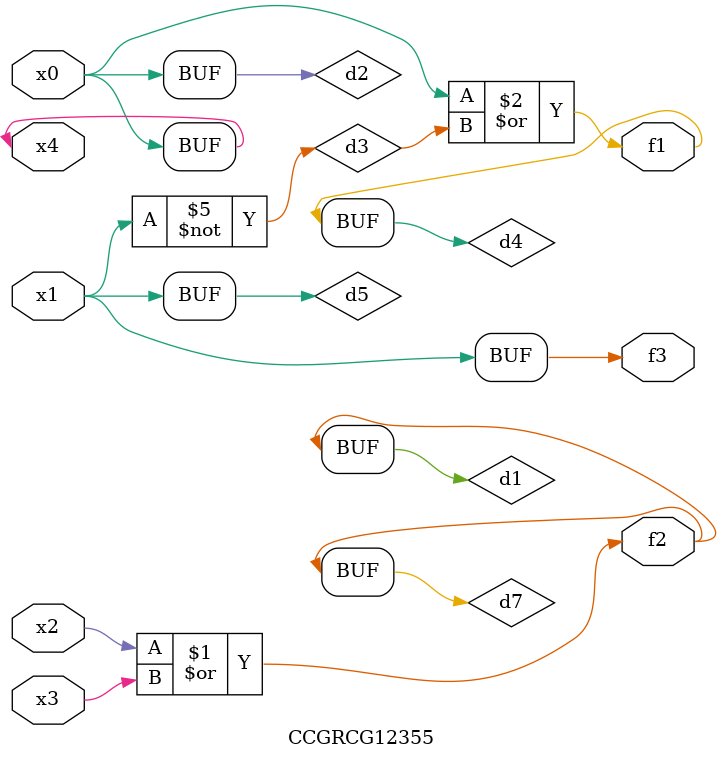
<source format=v>
module CCGRCG12355(
	input x0, x1, x2, x3, x4,
	output f1, f2, f3
);

	wire d1, d2, d3, d4, d5, d6, d7;

	or (d1, x2, x3);
	buf (d2, x0, x4);
	not (d3, x1);
	or (d4, d2, d3);
	not (d5, d3);
	nand (d6, d1, d3);
	or (d7, d1);
	assign f1 = d4;
	assign f2 = d7;
	assign f3 = d5;
endmodule

</source>
